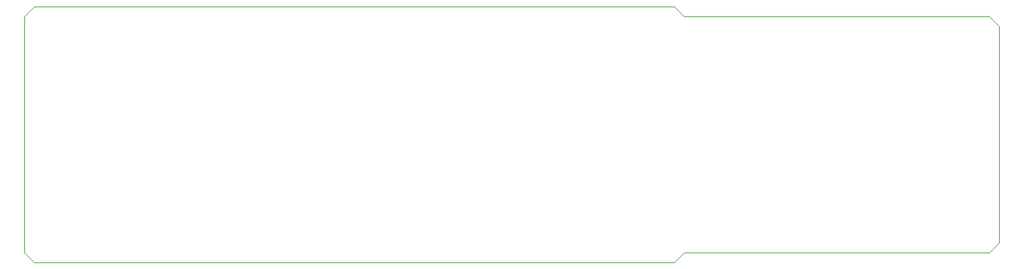
<source format=gm1>
G04 #@! TF.GenerationSoftware,KiCad,Pcbnew,(5.1.2-1)-1*
G04 #@! TF.CreationDate,2019-06-09T21:32:49+01:00*
G04 #@! TF.ProjectId,SRAM Board 2MB,5352414d-2042-46f6-9172-6420324d422e,rev?*
G04 #@! TF.SameCoordinates,Original*
G04 #@! TF.FileFunction,Profile,NP*
%FSLAX46Y46*%
G04 Gerber Fmt 4.6, Leading zero omitted, Abs format (unit mm)*
G04 Created by KiCad (PCBNEW (5.1.2-1)-1) date 2019-06-09 21:32:49*
%MOMM*%
%LPD*%
G04 APERTURE LIST*
%ADD10C,0.050000*%
G04 APERTURE END LIST*
D10*
X139700000Y-101600000D02*
X139700000Y-100330000D01*
X140970000Y-102870000D02*
X139700000Y-101600000D01*
X156210000Y-102870000D02*
X140970000Y-102870000D01*
X139700000Y-71120000D02*
X139700000Y-72390000D01*
X140970000Y-69850000D02*
X139700000Y-71120000D01*
X156210000Y-69850000D02*
X140970000Y-69850000D01*
X224790000Y-71120000D02*
X264160000Y-71120000D01*
X223520000Y-69850000D02*
X224790000Y-71120000D01*
X156210000Y-69850000D02*
X223520000Y-69850000D01*
X224790000Y-101600000D02*
X264160000Y-101600000D01*
X223520000Y-102870000D02*
X224790000Y-101600000D01*
X156210000Y-102870000D02*
X223520000Y-102870000D01*
X139700000Y-72390000D02*
X139700000Y-100330000D01*
X265430000Y-100330000D02*
X264160000Y-101600000D01*
X265430000Y-72390000D02*
X265430000Y-100330000D01*
X264160000Y-71120000D02*
X265430000Y-72390000D01*
M02*

</source>
